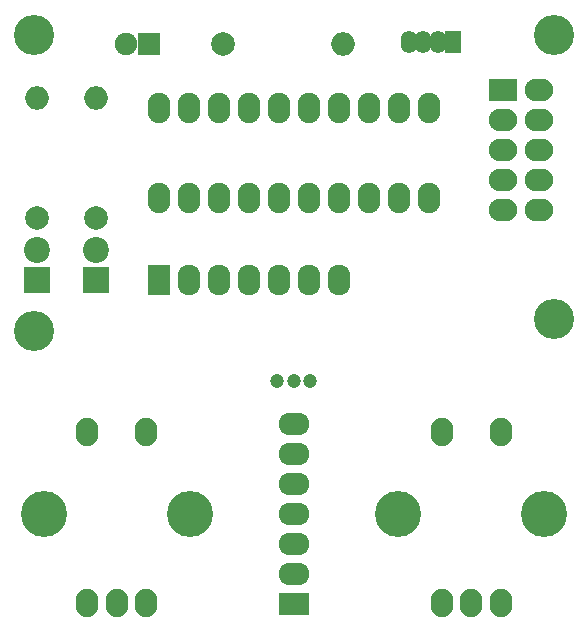
<source format=gbs>
%TF.GenerationSoftware,KiCad,Pcbnew,(2017-10-06 revision 4905bbe50)-master*%
%TF.CreationDate,2017-10-08T22:06:01+03:00*%
%TF.ProjectId,dps5005control,64707335303035636F6E74726F6C2E6B,rev?*%
%TF.SameCoordinates,Original*%
%TF.FileFunction,Soldermask,Bot*%
%TF.FilePolarity,Negative*%
%FSLAX46Y46*%
G04 Gerber Fmt 4.6, Leading zero omitted, Abs format (unit mm)*
G04 Created by KiCad (PCBNEW (2017-10-06 revision 4905bbe50)-master) date Sun Oct  8 22:06:01 2017*
%MOMM*%
%LPD*%
G01*
G04 APERTURE LIST*
%ADD10O,1.901140X2.599640*%
%ADD11R,1.349960X1.898600*%
%ADD12O,1.349960X1.898600*%
%ADD13O,2.398980X1.924000*%
%ADD14R,2.398980X1.924000*%
%ADD15C,1.900000*%
%ADD16R,1.900000X1.900000*%
%ADD17O,2.000000X2.000000*%
%ADD18C,2.000000*%
%ADD19C,2.200000*%
%ADD20R,2.200000X2.200000*%
%ADD21C,3.400000*%
%ADD22C,1.200000*%
%ADD23O,1.901140X2.398980*%
%ADD24C,3.900120*%
%ADD25R,1.924000X2.599640*%
%ADD26O,1.924000X2.599640*%
%ADD27R,2.599640X1.924000*%
%ADD28O,2.599640X1.924000*%
G04 APERTURE END LIST*
D10*
%TO.C,U2*%
X188830000Y-73340000D03*
X186290000Y-73340000D03*
X183750000Y-73340000D03*
X181210000Y-73340000D03*
X178670000Y-73340000D03*
X176130000Y-73340000D03*
X173590000Y-73340000D03*
X171050000Y-73340000D03*
X168510000Y-73340000D03*
X165970000Y-73340000D03*
X165970000Y-80960000D03*
X168510000Y-80960000D03*
X171050000Y-80960000D03*
X173590000Y-80960000D03*
X176130000Y-80960000D03*
X178670000Y-80960000D03*
X181210000Y-80960000D03*
X183750000Y-80960000D03*
X186290000Y-80960000D03*
X188830000Y-80960000D03*
%TD*%
D11*
%TO.C,P2*%
X190850520Y-67706000D03*
D12*
X189600840Y-67706000D03*
X188351160Y-67706000D03*
X187101480Y-67706000D03*
%TD*%
D13*
%TO.C,P3*%
X198114920Y-81915000D03*
X195077080Y-81915000D03*
X198114920Y-79375000D03*
X195077080Y-79375000D03*
X198114920Y-76835000D03*
X195077080Y-76835000D03*
X198114920Y-74295000D03*
X195077080Y-74295000D03*
X198114920Y-71755000D03*
D14*
X195077080Y-71755000D03*
%TD*%
D15*
%TO.C,C1*%
X163150000Y-67900000D03*
D16*
X165150000Y-67900000D03*
%TD*%
D17*
%TO.C,R1*%
X181560000Y-67900000D03*
D18*
X171400000Y-67900000D03*
%TD*%
D19*
%TO.C,D1*%
X160650000Y-85360000D03*
D20*
X160650000Y-87900000D03*
%TD*%
D21*
%TO.C,REF\002A\002A*%
X155400000Y-92150000D03*
%TD*%
%TO.C,REF\002A\002A*%
X199400000Y-91150000D03*
%TD*%
%TO.C,REF\002A\002A*%
X199400000Y-67150000D03*
%TD*%
D22*
%TO.C,REF\002A\002A*%
X176000000Y-96450000D03*
%TD*%
%TO.C,REF\002A\002A*%
X177400000Y-96450000D03*
%TD*%
%TO.C,REF\002A\002A*%
X178800000Y-96450000D03*
%TD*%
D23*
%TO.C,ENC1*%
X164899360Y-100692560D03*
X159900640Y-100692560D03*
D24*
X168600140Y-107692800D03*
X156199860Y-107692800D03*
D23*
X164899360Y-115193420D03*
X162400000Y-115193420D03*
X159900640Y-115193420D03*
%TD*%
D25*
%TO.C,P4*%
X165989000Y-87884000D03*
D26*
X168529000Y-87884000D03*
X171069000Y-87884000D03*
X173609000Y-87884000D03*
X176149000Y-87884000D03*
X178689000Y-87884000D03*
X181229000Y-87884000D03*
%TD*%
D17*
%TO.C,R3*%
X155650000Y-72490000D03*
D18*
X155650000Y-82650000D03*
%TD*%
D21*
%TO.C,REF\002A\002A*%
X155400000Y-67150000D03*
%TD*%
D18*
%TO.C,R2*%
X160650000Y-82650000D03*
D17*
X160650000Y-72490000D03*
%TD*%
D19*
%TO.C,D2*%
X155650000Y-85360000D03*
D20*
X155650000Y-87900000D03*
%TD*%
D23*
%TO.C,ENC2*%
X189900640Y-115193420D03*
X192400000Y-115193420D03*
X194899360Y-115193420D03*
D24*
X186199860Y-107692800D03*
X198600140Y-107692800D03*
D23*
X189900640Y-100692560D03*
X194899360Y-100692560D03*
%TD*%
D27*
%TO.C,P1*%
X177400000Y-115312800D03*
D28*
X177400000Y-112772800D03*
X177400000Y-110232800D03*
X177400000Y-107692800D03*
X177400000Y-105152800D03*
X177400000Y-102612800D03*
X177400000Y-100072800D03*
%TD*%
M02*

</source>
